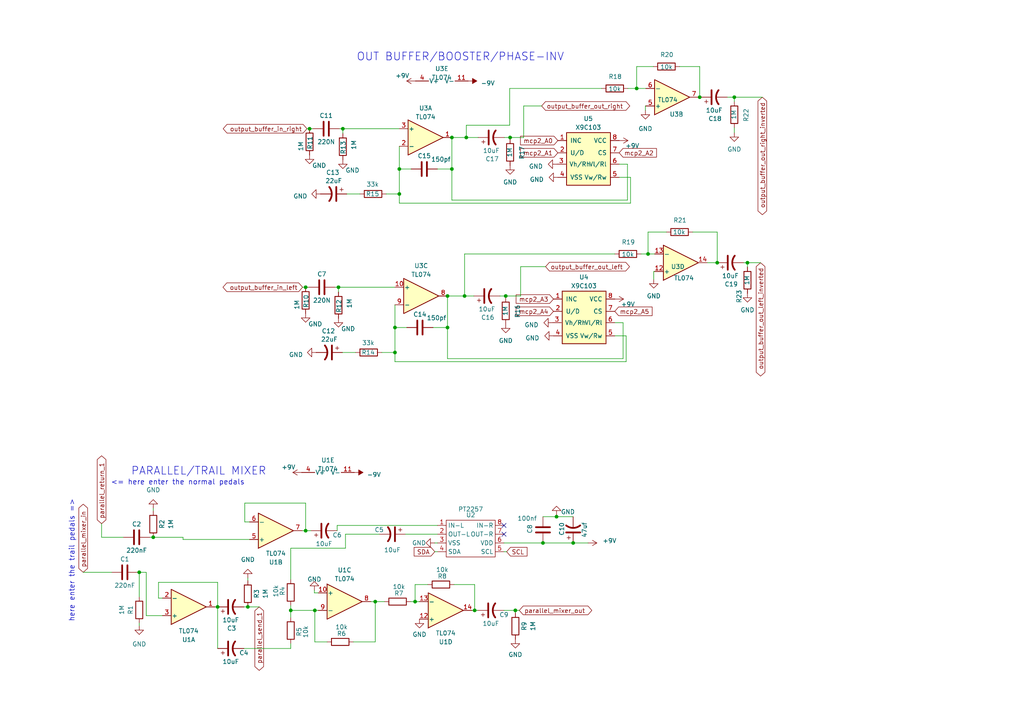
<source format=kicad_sch>
(kicad_sch (version 20230121) (generator eeschema)
  (paper "A4")
  (lib_symbols
    (symbol "Amplifier_Operational:TL074" (pin_names (offset 0.127))
      (property "Reference" "U" (at 0 5.08 0))
      (property "Value" "TL074" (at 0 -5.08 0))
      (symbol "TL074_1_1"
        (polyline (pts (xy -5.08 5.08) (xy 5.08 0) (xy -5.08 -5.08) (xy -5.08 5.08)) (stroke (width 0.254)) (fill (type background)))
        (pin output line (at 7.62 0 180) (length 2.54) (name "~") (number "1"))
        (pin input line (at -7.62 -2.54 0) (length 2.54) (name "-") (number "2"))
        (pin input line (at -7.62 2.54 0) (length 2.54) (name "+") (number "3"))
      )
      (symbol "TL074_2_1"
        (polyline (pts (xy -5.08 5.08) (xy 5.08 0) (xy -5.08 -5.08) (xy -5.08 5.08)) (stroke (width 0.254)) (fill (type background)))
        (pin input line (at -7.62 2.54 0) (length 2.54) (name "+") (number "5"))
        (pin input line (at -7.62 -2.54 0) (length 2.54) (name "-") (number "6"))
        (pin output line (at 7.62 0 180) (length 2.54) (name "~") (number "7"))
      )
      (symbol "TL074_3_1"
        (polyline (pts (xy -5.08 5.08) (xy 5.08 0) (xy -5.08 -5.08) (xy -5.08 5.08)) (stroke (width 0.254)) (fill (type background)))
        (pin input line (at -7.62 2.54 0) (length 2.54) (name "+") (number "10"))
        (pin output line (at 7.62 0 180) (length 2.54) (name "~") (number "8"))
        (pin input line (at -7.62 -2.54 0) (length 2.54) (name "-") (number "9"))
      )
      (symbol "TL074_4_1"
        (polyline (pts (xy -5.08 5.08) (xy 5.08 0) (xy -5.08 -5.08) (xy -5.08 5.08)) (stroke (width 0.254)) (fill (type background)))
        (pin input line (at -7.62 2.54 0) (length 2.54) (name "+") (number "12"))
        (pin input line (at -7.62 -2.54 0) (length 2.54) (name "-") (number "13"))
        (pin output line (at 7.62 0 180) (length 2.54) (name "~") (number "14"))
      )
      (symbol "TL074_5_1"
        (pin power_in line (at -2.54 -7.62 90) (length 3.81) (name "V-") (number "11"))
        (pin power_in line (at -2.54 7.62 270) (length 3.81) (name "V+") (number "4"))
      )
    )
    (symbol "Audio:PT2257"
      (property "Reference" "U" (at 0 0 0))
      (symbol "PT2257_0_0"
        (pin input line (at -9.652 4.064 0) (length 2.54) (name "IN-L") (number "1"))
        (pin input line (at -9.652 1.524 0) (length 2.54) (name "OUT-L") (number "2"))
        (pin passive line (at -9.652 -1.016 0) (length 2.54) (name "VSS") (number "3"))
        (pin passive line (at -9.652 -3.556 0) (length 2.54) (name "SDA") (number "4"))
        (pin passive line (at 9.652 -3.556 180) (length 2.54) (name "SCL") (number "5"))
        (pin passive line (at 9.652 -1.016 180) (length 2.54) (name "VDD") (number "6"))
        (pin output line (at 9.652 1.524 180) (length 2.54) (name "OUT-R") (number "7"))
        (pin output line (at 9.652 4.064 180) (length 2.54) (name "IN-R") (number "8"))
      )
      (symbol "PT2257_0_1"
        (rectangle (start -7.112 5.588) (end 7.112 -5.08))
      )
    )
    (symbol "Device:C" (pin_numbers hide) (pin_names (offset 0.254))
      (property "Reference" "C" (at 0.635 2.54 0))
      (property "Value" "C" (at 0.635 -2.54 0))
      (symbol "C_0_1"
        (polyline (pts (xy -2.032 -0.762) (xy 2.032 -0.762)) (stroke (width 0.508)))
        (polyline (pts (xy -2.032 0.762) (xy 2.032 0.762)) (stroke (width 0.508)))
      )
      (symbol "C_1_1"
        (pin passive line (at 0 3.81 270) (length 2.794) (name "~") (number "1"))
        (pin passive line (at 0 -3.81 90) (length 2.794) (name "~") (number "2"))
      )
    )
    (symbol "Device:C_Polarized_US" (pin_numbers hide) (pin_names (offset 0.254) hide)
      (property "Reference" "C" (at 0.635 2.54 0))
      (property "Value" "C_Polarized_US" (at 0.635 -2.54 0))
      (symbol "C_Polarized_US_0_1"
        (polyline (pts (xy -2.032 0.762) (xy 2.032 0.762)) (stroke (width 0.508)))
        (polyline (pts (xy -1.778 2.286) (xy -0.762 2.286)))
        (polyline (pts (xy -1.27 1.778) (xy -1.27 2.794)))
        (arc (start 2.032 -1.27) (mid 0 -0.5572) (end -2.032 -1.27) (stroke (width 0.508)))
      )
      (symbol "C_Polarized_US_1_1"
        (pin passive line (at 0 3.81 270) (length 2.794) (name "~") (number "1"))
        (pin passive line (at 0 -3.81 90) (length 3.302) (name "~") (number "2"))
      )
    )
    (symbol "Device:R" (pin_numbers hide) (pin_names (offset 0))
      (property "Reference" "R" (at 2.032 0 90))
      (property "Value" "R" (at 0 0 90))
      (symbol "R_0_1"
        (rectangle (start -1.016 -2.54) (end 1.016 2.54) (stroke (width 0.254)))
      )
      (symbol "R_1_1"
        (pin passive line (at 0 3.81 270) (length 1.27) (name "~") (number "1"))
        (pin passive line (at 0 -3.81 90) (length 1.27) (name "~") (number "2"))
      )
    )
    (symbol "Potentiometer_Digital:X9C10X" (pin_names (offset 1.016))
      (property "Reference" "U" (at -6.35 8.89 0))
      (property "Value" "X9C10X" (at 1.27 8.89 0))
      (symbol "X9C10X_0_1"
        (rectangle (start -6.35 7.62) (end 6.35 -7.62) (stroke (width 0.254)) (fill (type background)))
      )
      (symbol "X9C10X_1_1"
        (pin input line (at -8.89 5.334 0) (length 2.54) (name "INC") (number "1"))
        (pin input line (at -8.89 1.778 0) (length 2.54) (name "U/D") (number "2"))
        (pin input line (at -9.144 -1.524 0) (length 2.54) (name "Vh/Rh") (number "3"))
        (pin power_in line (at -8.89 -5.334 0) (length 2.54) (name "VSS") (number "4"))
        (pin input line (at 8.89 -5.334 180) (length 2.54) (name "Vw/Rw") (number "5"))
        (pin input line (at 8.89 -1.524 180) (length 2.54) (name "Vl/Rl") (number "6"))
        (pin input line (at 8.89 1.778 180) (length 2.54) (name "CS") (number "7"))
        (pin power_in line (at 8.89 5.334 180) (length 2.54) (name "VCC") (number "8"))
      )
    )
    (symbol "power:+9V" (power) (pin_names (offset 0))
      (property "Value" "+9V" (at 0 3.556 0))
      (symbol "+9V_0_1"
        (polyline (pts (xy -0.762 1.27) (xy 0 2.54)))
        (polyline (pts (xy 0 0) (xy 0 2.54)))
        (polyline (pts (xy 0 2.54) (xy 0.762 1.27)))
      )
      (symbol "+9V_1_1"
        (pin power_in line (at 0 0 90) (length 0) hide (name "+9V") (number "1"))
      )
    )
    (symbol "power:-9V" (power) (pin_names (offset 0))
      (property "Value" "-9V" (at 0 3.81 0))
      (symbol "-9V_0_1"
        (polyline (pts (xy 0 0) (xy 0 2.54)))
        (polyline (pts (xy 0.762 1.27) (xy -0.762 1.27) (xy 0 2.54) (xy 0.762 1.27)) (fill (type outline)))
      )
      (symbol "-9V_1_1"
        (pin power_in line (at 0 0 90) (length 0) hide (name "-9V") (number "1"))
      )
    )
    (symbol "power:GND" (power) (pin_names (offset 0))
      (property "Value" "GND" (at 0 -3.81 0))
      (symbol "GND_0_1"
        (polyline (pts (xy 0 0) (xy 0 -1.27) (xy 1.27 -1.27) (xy 0 -2.54) (xy -1.27 -1.27) (xy 0 -1.27)))
      )
      (symbol "GND_1_1"
        (pin power_in line (at 0 0 270) (length 0) hide (name "GND") (number "1"))
      )
    )
  )
  (junction (at 131.064 39.878))
  (junction (at 44.45 155.829))
  (junction (at 202.946 28.194))
  (junction (at 88.646 83.312))
  (junction (at 216.789 76.2))
  (junction (at 63.119 176.022))
  (junction (at 135.255 39.878))
  (junction (at 71.882 176.022))
  (junction (at 115.824 49.022))
  (junction (at 129.794 85.852))
  (junction (at 84.328 177.038))
  (junction (at 166.243 157.48))
  (junction (at 89.789 37.338))
  (junction (at 161.417 149.86))
  (junction (at 131.064 49.022))
  (junction (at 147.955 39.878))
  (junction (at 212.979 28.194))
  (junction (at 115.824 56.261))
  (junction (at 137.668 177.038))
  (junction (at 129.794 94.996))
  (junction (at 108.839 174.498))
  (junction (at 146.685 85.852))
  (junction (at 99.441 37.338))
  (junction (at 120.396 174.498))
  (junction (at 157.48 157.48))
  (junction (at 187.96 73.66))
  (junction (at 149.479 177.038))
  (junction (at 208.026 76.2))
  (junction (at 88.646 153.924))
  (junction (at 114.554 94.996))
  (junction (at 98.171 83.312))
  (junction (at 91.313 177.038))
  (junction (at 134.747 85.852))
  (junction (at 40.386 165.989))
  (junction (at 184.658 25.654))
  (junction (at 114.554 102.235))
  (no_connect (at 146.177 152.4))
  (no_connect (at 146.177 154.94))
  (wire (pts (xy 87.757 83.312) (xy 88.646 83.312)))
  (wire (pts (xy 119.126 174.498) (xy 120.396 174.498)))
  (wire (pts (xy 71.882 168.402) (xy 71.882 167.64)))
  (wire (pts (xy 97.79 152.4) (xy 126.873 152.4)))
  (wire (pts (xy 112.014 56.261) (xy 115.824 56.261)))
  (wire (pts (xy 84.328 159.004) (xy 84.328 168.021)))
  (wire (pts (xy 40.386 180.721) (xy 40.386 181.483)))
  (wire (pts (xy 205.105 76.2) (xy 208.026 76.2)))
  (wire (pts (xy 157.099 30.734) (xy 151.892 30.734)))
  (wire (pts (xy 40.005 165.989) (xy 40.386 165.989)))
  (wire (pts (xy 63.119 176.022) (xy 63.119 188.087)))
  (wire (pts (xy 43.434 155.829) (xy 44.45 155.829)))
  (wire (pts (xy 135.255 36.322) (xy 135.255 39.878)))
  (wire (pts (xy 146.177 177.038) (xy 149.479 177.038)))
  (wire (pts (xy 124.079 169.545) (xy 120.396 169.545)))
  (wire (pts (xy 120.396 174.498) (xy 121.666 174.498)))
  (wire (pts (xy 53.086 156.464) (xy 53.086 155.829)))
  (wire (pts (xy 108.839 174.498) (xy 108.839 186.182)))
  (wire (pts (xy 187.96 73.66) (xy 189.865 73.66)))
  (wire (pts (xy 89.027 37.338) (xy 89.789 37.338)))
  (wire (pts (xy 29.464 155.829) (xy 35.814 155.829)))
  (wire (pts (xy 147.955 39.878) (xy 151.892 39.878)))
  (wire (pts (xy 215.646 76.2) (xy 216.789 76.2)))
  (wire (pts (xy 146.177 157.48) (xy 157.48 157.48)))
  (wire (pts (xy 189.865 78.74) (xy 189.611 78.74)))
  (wire (pts (xy 40.386 165.989) (xy 42.418 165.989)))
  (wire (pts (xy 216.789 76.2) (xy 216.789 77.47)))
  (wire (pts (xy 84.328 175.641) (xy 84.328 177.038)))
  (wire (pts (xy 100.584 56.261) (xy 104.394 56.261)))
  (wire (pts (xy 131.064 39.878) (xy 135.255 39.878)))
  (wire (pts (xy 161.417 149.86) (xy 161.417 149.352)))
  (wire (pts (xy 102.489 186.182) (xy 108.839 186.182)))
  (wire (pts (xy 179.578 47.625) (xy 181.991 47.625)))
  (wire (pts (xy 63.119 176.022) (xy 62.357 176.022)))
  (wire (pts (xy 47.117 173.482) (xy 45.974 173.482)))
  (wire (pts (xy 149.479 177.038) (xy 149.479 177.8)))
  (wire (pts (xy 45.974 168.91) (xy 63.119 168.91)))
  (wire (pts (xy 84.328 186.69) (xy 84.328 188.087)))
  (wire (pts (xy 187.96 67.31) (xy 193.294 67.31)))
  (wire (pts (xy 100.203 154.94) (xy 100.203 159.004)))
  (wire (pts (xy 53.086 156.464) (xy 72.39 156.464)))
  (wire (pts (xy 91.313 177.038) (xy 91.313 186.182)))
  (wire (pts (xy 44.45 155.829) (xy 53.086 155.829)))
  (wire (pts (xy 24.13 165.989) (xy 32.385 165.989)))
  (wire (pts (xy 212.979 28.194) (xy 221.107 28.194)))
  (wire (pts (xy 100.203 159.004) (xy 84.328 159.004)))
  (wire (pts (xy 71.882 176.022) (xy 75.184 176.022)))
  (wire (pts (xy 151.003 85.852) (xy 151.003 77.343)))
  (wire (pts (xy 147.955 39.878) (xy 147.955 40.386)))
  (wire (pts (xy 70.993 151.384) (xy 70.993 145.923)))
  (wire (pts (xy 126.873 49.022) (xy 131.064 49.022)))
  (wire (pts (xy 89.789 37.338) (xy 90.805 37.338)))
  (wire (pts (xy 98.171 83.312) (xy 98.171 84.709)))
  (wire (pts (xy 185.928 73.66) (xy 187.96 73.66)))
  (wire (pts (xy 170.561 157.48) (xy 166.243 157.48)))
  (wire (pts (xy 216.789 76.2) (xy 220.599 76.2)))
  (wire (pts (xy 110.744 102.235) (xy 114.554 102.235)))
  (wire (pts (xy 84.328 177.038) (xy 91.313 177.038)))
  (wire (pts (xy 115.824 49.022) (xy 119.253 49.022)))
  (wire (pts (xy 151.003 77.343) (xy 158.242 77.343)))
  (wire (pts (xy 109.982 154.94) (xy 100.203 154.94)))
  (wire (pts (xy 145.034 85.852) (xy 146.685 85.852)))
  (wire (pts (xy 45.974 173.482) (xy 45.974 168.91)))
  (wire (pts (xy 178.308 93.599) (xy 180.721 93.599)))
  (wire (pts (xy 182.88 58.928) (xy 115.824 58.928)))
  (wire (pts (xy 98.425 37.338) (xy 99.441 37.338)))
  (wire (pts (xy 147.828 36.322) (xy 135.255 36.322)))
  (wire (pts (xy 129.794 85.852) (xy 129.794 94.996)))
  (wire (pts (xy 129.794 94.996) (xy 129.794 104.013)))
  (wire (pts (xy 210.947 28.194) (xy 212.979 28.194)))
  (wire (pts (xy 202.946 19.304) (xy 202.946 28.194)))
  (wire (pts (xy 137.668 177.038) (xy 138.557 177.038)))
  (wire (pts (xy 136.906 177.038) (xy 137.668 177.038)))
  (wire (pts (xy 181.61 104.902) (xy 114.554 104.902)))
  (wire (pts (xy 99.441 37.338) (xy 99.441 38.735)))
  (wire (pts (xy 178.308 97.409) (xy 181.61 97.409)))
  (wire (pts (xy 181.991 58.039) (xy 131.064 58.039)))
  (wire (pts (xy 202.946 28.194) (xy 203.327 28.194)))
  (wire (pts (xy 29.464 155.829) (xy 29.464 151.892)))
  (wire (pts (xy 146.685 85.852) (xy 151.003 85.852)))
  (wire (pts (xy 182.88 51.435) (xy 182.88 58.928)))
  (wire (pts (xy 149.479 177.038) (xy 150.622 177.038)))
  (wire (pts (xy 40.386 165.989) (xy 40.386 173.101)))
  (wire (pts (xy 97.155 83.312) (xy 98.171 83.312)))
  (wire (pts (xy 99.314 102.235) (xy 103.124 102.235)))
  (wire (pts (xy 147.828 25.654) (xy 147.828 36.322)))
  (wire (pts (xy 114.554 88.392) (xy 114.554 94.996)))
  (wire (pts (xy 120.396 169.545) (xy 120.396 174.498)))
  (wire (pts (xy 200.914 67.31) (xy 208.026 67.31)))
  (wire (pts (xy 134.747 73.66) (xy 134.747 85.852)))
  (wire (pts (xy 179.578 51.435) (xy 182.88 51.435)))
  (wire (pts (xy 180.721 93.599) (xy 180.721 104.013)))
  (wire (pts (xy 189.611 78.74) (xy 189.611 81.026)))
  (wire (pts (xy 42.418 165.989) (xy 42.418 178.562)))
  (wire (pts (xy 42.418 178.562) (xy 47.117 178.562)))
  (wire (pts (xy 212.979 37.084) (xy 212.979 38.481)))
  (wire (pts (xy 70.993 145.923) (xy 88.646 145.923)))
  (wire (pts (xy 146.685 85.852) (xy 146.685 86.36)))
  (wire (pts (xy 91.186 171.196) (xy 91.186 171.958)))
  (wire (pts (xy 202.565 28.194) (xy 202.946 28.194)))
  (wire (pts (xy 187.198 30.734) (xy 187.198 32.004)))
  (wire (pts (xy 197.104 19.304) (xy 202.946 19.304)))
  (wire (pts (xy 181.61 97.409) (xy 181.61 104.902)))
  (wire (pts (xy 146.304 39.878) (xy 147.955 39.878)))
  (wire (pts (xy 71.882 176.022) (xy 70.739 176.022)))
  (wire (pts (xy 174.498 25.654) (xy 147.828 25.654)))
  (wire (pts (xy 131.064 39.878) (xy 131.064 49.022)))
  (wire (pts (xy 99.441 37.338) (xy 115.824 37.338)))
  (wire (pts (xy 184.658 19.304) (xy 184.658 25.654)))
  (wire (pts (xy 108.839 174.498) (xy 111.506 174.498)))
  (wire (pts (xy 91.313 177.038) (xy 92.329 177.038)))
  (wire (pts (xy 88.646 83.312) (xy 89.535 83.312)))
  (wire (pts (xy 182.118 25.654) (xy 184.658 25.654)))
  (wire (pts (xy 161.417 149.86) (xy 166.243 149.86)))
  (wire (pts (xy 151.892 30.734) (xy 151.892 39.878)))
  (wire (pts (xy 135.255 39.878) (xy 138.684 39.878)))
  (wire (pts (xy 125.603 94.996) (xy 129.794 94.996)))
  (wire (pts (xy 178.308 73.66) (xy 134.747 73.66)))
  (wire (pts (xy 129.794 85.852) (xy 134.747 85.852)))
  (wire (pts (xy 70.739 188.087) (xy 84.328 188.087)))
  (wire (pts (xy 117.602 154.94) (xy 126.873 154.94)))
  (wire (pts (xy 134.747 85.852) (xy 137.414 85.852)))
  (wire (pts (xy 114.554 94.996) (xy 117.983 94.996)))
  (wire (pts (xy 166.243 157.48) (xy 157.48 157.48)))
  (wire (pts (xy 91.313 186.182) (xy 94.869 186.182)))
  (wire (pts (xy 114.554 94.996) (xy 114.554 102.235)))
  (wire (pts (xy 126.111 160.02) (xy 126.873 160.02)))
  (wire (pts (xy 137.668 169.545) (xy 137.668 177.038)))
  (wire (pts (xy 98.171 83.312) (xy 114.554 83.312)))
  (wire (pts (xy 146.177 160.02) (xy 146.939 160.02)))
  (wire (pts (xy 97.79 153.924) (xy 97.79 152.4)))
  (wire (pts (xy 189.484 19.304) (xy 184.658 19.304)))
  (wire (pts (xy 208.026 67.31) (xy 208.026 76.2)))
  (wire (pts (xy 181.991 47.625) (xy 181.991 58.039)))
  (wire (pts (xy 131.064 49.022) (xy 131.064 58.039)))
  (wire (pts (xy 115.824 49.022) (xy 115.824 56.261)))
  (wire (pts (xy 212.979 28.194) (xy 212.979 29.464)))
  (wire (pts (xy 180.721 104.013) (xy 129.794 104.013)))
  (wire (pts (xy 87.63 153.924) (xy 88.646 153.924)))
  (wire (pts (xy 84.328 177.038) (xy 84.328 179.07)))
  (wire (pts (xy 184.658 25.654) (xy 187.325 25.654)))
  (wire (pts (xy 107.569 174.498) (xy 108.839 174.498)))
  (wire (pts (xy 187.96 73.66) (xy 187.96 67.31)))
  (wire (pts (xy 115.824 58.928) (xy 115.824 56.261)))
  (wire (pts (xy 126.111 157.48) (xy 126.873 157.48)))
  (wire (pts (xy 72.39 151.384) (xy 70.993 151.384)))
  (wire (pts (xy 88.646 145.923) (xy 88.646 153.924)))
  (wire (pts (xy 91.186 171.958) (xy 92.329 171.958)))
  (wire (pts (xy 63.119 168.91) (xy 63.119 176.022)))
  (wire (pts (xy 157.48 149.86) (xy 161.417 149.86)))
  (wire (pts (xy 44.45 147.447) (xy 44.45 148.209)))
  (wire (pts (xy 131.699 169.545) (xy 137.668 169.545)))
  (wire (pts (xy 88.646 153.924) (xy 90.17 153.924)))
  (wire (pts (xy 114.554 104.902) (xy 114.554 102.235)))
  (wire (pts (xy 187.325 30.734) (xy 187.198 30.734)))
  (wire (pts (xy 115.824 42.418) (xy 115.824 49.022)))
  (text "here enter the trail pedals =>" (at 21.717 180.467 90) (effects (font (size 1.5 1.5)) (justify left bottom)))
  (text "PARALLEL/TRAIL MIXER" (at 37.973 138.049 0) (effects (font (size 2.27 2.27)) (justify left bottom)))
  (text "<= here enter the normal pedals" (at 70.993 140.843 0) (effects (font (size 1.5 1.5)) (justify right bottom)))
  (text "OUT BUFFER/BOOSTER/PHASE-INV" (at 103.378 17.907 0) (effects (font (size 2.27 2.27)) (justify left bottom)))
  (global_label "mcp2_A5" (shape input) (at 178.308 90.297 0) (property "Intersheetrefs" "${INTERSHEET_REFS}" (effects hide)))
  (global_label "mcp2_A1" (shape input) (at 161.798 44.323 180) (property "Intersheetrefs" "${INTERSHEET_REFS}" (effects hide)))
  (global_label "parallel_mixer_in" (shape bidirectional) (at 24.13 165.989 90) (property "Intersheetrefs" "${INTERSHEET_REFS}" (effects hide)))
  (global_label "parallel_send_1" (shape bidirectional) (at 75.184 176.022 270) (property "Intersheetrefs" "${INTERSHEET_REFS}" (effects hide)))
  (global_label "SCL" (shape input) (at 146.939 160.02 0) (property "Intersheetrefs" "${INTERSHEET_REFS}" (effects hide)))
  (global_label "parallel_mixer_out" (shape bidirectional) (at 150.622 177.038 0) (property "Intersheetrefs" "${INTERSHEET_REFS}" (effects hide)))
  (global_label "output_buffer_out_right" (shape bidirectional) (at 157.099 30.734 0) (property "Intersheetrefs" "${INTERSHEET_REFS}" (effects hide)))
  (global_label "output_buffer_out_left" (shape bidirectional) (at 158.242 77.343 0) (property "Intersheetrefs" "${INTERSHEET_REFS}" (effects hide)))
  (global_label "mcp2_A2" (shape input) (at 179.578 44.323 0) (property "Intersheetrefs" "${INTERSHEET_REFS}" (effects hide)))
  (global_label "output_buffer_in_right" (shape bidirectional) (at 89.027 37.338 180) (property "Intersheetrefs" "${INTERSHEET_REFS}" (effects hide)))
  (global_label "mcp2_A0" (shape input) (at 161.798 40.767 180) (property "Intersheetrefs" "${INTERSHEET_REFS}" (effects hide)))
  (global_label "output_buffer_out_left_inverted" (shape bidirectional) (at 220.599 76.2 270) (property "Intersheetrefs" "${INTERSHEET_REFS}" (effects hide)))
  (global_label "SDA" (shape input) (at 126.111 160.02 180) (property "Intersheetrefs" "${INTERSHEET_REFS}" (effects hide)))
  (global_label "mcp2_A4" (shape input) (at 160.528 90.297 180) (property "Intersheetrefs" "${INTERSHEET_REFS}" (effects hide)))
  (global_label "output_buffer_out_right_inverted" (shape bidirectional) (at 221.107 28.194 270) (property "Intersheetrefs" "${INTERSHEET_REFS}" (effects hide)))
  (global_label "mcp2_A3" (shape input) (at 160.528 86.741 180) (property "Intersheetrefs" "${INTERSHEET_REFS}" (effects hide)))
  (global_label "output_buffer_in_left" (shape bidirectional) (at 87.757 83.312 180) (property "Intersheetrefs" "${INTERSHEET_REFS}" (effects hide)))
  (global_label "parallel_return_1" (shape bidirectional) (at 29.464 151.892 90) (property "Intersheetrefs" "${INTERSHEET_REFS}" (effects hide)))
  (symbol (lib_id "Amplifier_Operational:TL074") (at 54.737 176.022 0) (mirror x) (unit 1)
    (property "Reference" "U1" (at 54.737 185.547 0))
    (property "Value" "TL074" (at 54.737 183.007 0))
    (property "Footprint" "Package_DIP:DIP-14_W7.62mm_LongPads" (effects hide))
    (property "Datasheet" "http://www.ti.com/lit/ds/symlink/tl071.pdf" (effects hide))
  )
  (symbol (lib_id "Device:R") (at 106.934 102.235 270) (unit 1)
    (property "Reference" "R14" (at 106.807 102.235 90))
    (property "Value" "33k" (at 106.807 99.441 90))
    (property "Footprint" "Resistor_THT:R_Axial_DIN0207_L6.3mm_D2.5mm_P10.16mm_Horizontal" (effects hide))
  )
  (symbol (lib_id "power:GND") (at 146.685 93.98 0) (unit 1)
    (property "Reference" "#PWR020" (effects hide))
    (property "Value" "GND" (at 146.685 98.806 0))
  )
  (symbol (lib_id "power:GND") (at 91.186 171.196 180) (unit 1)
    (property "Reference" "#PWR05" (effects hide))
    (property "Value" "GND" (at 91.186 168.021 0))
  )
  (symbol (lib_id "power:GND") (at 161.417 149.352 0) (mirror x) (unit 1)
    (property "Reference" "#PWR010" (effects hide))
    (property "Value" "GND" (at 164.719 148.463 0))
  )
  (symbol (lib_id "power:+9V") (at 178.308 86.741 270) (unit 1)
    (property "Reference" "#PWR026" (effects hide))
    (property "Value" "+9V" (at 180.086 88.265 90) (effects (justify left)))
  )
  (symbol (lib_id "power:+9V") (at 87.503 137.033 90) (unit 1)
    (property "Reference" "#PWR04" (effects hide))
    (property "Value" "+9V" (at 85.725 135.509 90) (effects (justify left)))
  )
  (symbol (lib_id "power:GND") (at 189.611 81.026 0) (unit 1)
    (property "Reference" "#PWR029" (effects hide))
    (property "Value" "GND" (at 189.611 85.852 0))
  )
  (symbol (lib_id "Device:C") (at 121.793 94.996 270) (unit 1)
    (property "Reference" "C14" (at 121.793 91.186 90))
    (property "Value" "150pf" (at 126.619 92.202 90))
    (property "Footprint" "Capacitor_THT:C_Disc_D5.0mm_W2.5mm_P2.50mm" (effects hide))
  )
  (symbol (lib_id "Amplifier_Operational:TL074") (at 80.01 153.924 0) (mirror x) (unit 2)
    (property "Reference" "U1" (at 80.01 163.068 0))
    (property "Value" "TL074" (at 80.01 160.528 0))
    (property "Footprint" "Package_DIP:DIP-14_W7.62mm_LongPads" (effects hide))
    (property "Datasheet" "http://www.ti.com/lit/ds/symlink/tl071.pdf" (effects hide))
  )
  (symbol (lib_id "Amplifier_Operational:TL074") (at 99.949 174.498 0) (unit 3)
    (property "Reference" "U1" (at 99.949 165.354 0))
    (property "Value" "TL074" (at 99.949 167.894 0))
    (property "Footprint" "Package_DIP:DIP-14_W7.62mm_LongPads" (effects hide))
    (property "Datasheet" "http://www.ti.com/lit/ds/symlink/tl071.pdf" (effects hide))
  )
  (symbol (lib_id "Audio:PT2257") (at 136.525 156.464 0) (unit 1)
    (property "Reference" "U2" (at 136.525 149.352 0))
    (property "Value" "PT2257" (at 136.525 147.701 0))
    (property "Footprint" "Package_DIP:DIP-8_W7.62mm_LongPads" (effects hide))
    (property "Datasheet" "https://www.rcscomponents.kiev.ua/datasheets/pt2257-datasheet.pdf" (effects hide))
  )
  (symbol (lib_id "Device:R") (at 178.308 25.654 90) (unit 1)
    (property "Reference" "R18" (at 178.435 22.225 90))
    (property "Value" "10k" (at 178.308 25.781 90))
    (property "Footprint" "Resistor_THT:R_Axial_DIN0207_L6.3mm_D2.5mm_P10.16mm_Horizontal" (effects hide))
  )
  (symbol (lib_id "power:GND") (at 44.45 147.447 180) (unit 1)
    (property "Reference" "#PWR02" (effects hide))
    (property "Value" "GND" (at 44.45 142.113 0))
  )
  (symbol (lib_id "Device:R") (at 149.479 181.61 180) (unit 1)
    (property "Reference" "R9" (at 152.019 181.61 90))
    (property "Value" "1M" (at 154.559 181.61 90))
    (property "Footprint" "Resistor_THT:R_Axial_DIN0207_L6.3mm_D2.5mm_P10.16mm_Horizontal" (effects hide))
  )
  (symbol (lib_id "Potentiometer_Digital:X9C10X") (at 169.418 92.075 0) (unit 1)
    (property "Reference" "U4" (at 169.3545 80.391 0))
    (property "Value" "X9C103" (at 169.3545 82.931 0))
    (property "Footprint" "Package_DIP:DIP-8_W7.62mm_LongPads" (effects hide))
    (property "Datasheet" "http://ww1.microchip.com/downloads/en/DeviceDoc/11195c.pdf" (effects hide))
  )
  (symbol (lib_id "Device:C_Polarized_US") (at 66.929 176.022 90) (unit 1)
    (property "Reference" "C3" (at 67.183 182.245 90))
    (property "Value" "10uF" (at 66.929 179.832 90))
    (property "Footprint" "Capacitor_THT:CP_Radial_D8.0mm_P3.80mm" (effects hide))
  )
  (symbol (lib_id "Device:R") (at 127.889 169.545 90) (unit 1)
    (property "Reference" "R8" (at 128.27 167.132 90))
    (property "Value" "10k" (at 128.27 165.227 90))
    (property "Footprint" "Resistor_THT:R_Axial_DIN0207_L6.3mm_D2.5mm_P10.16mm_Horizontal" (effects hide))
  )
  (symbol (lib_id "power:GND") (at 71.882 167.64 180) (unit 1)
    (property "Reference" "#PWR03" (effects hide))
    (property "Value" "GND" (at 71.882 162.306 0))
  )
  (symbol (lib_id "Device:C_Polarized_US") (at 93.98 153.924 90) (unit 1)
    (property "Reference" "C6" (at 97.79 155.194 90))
    (property "Value" "10uF" (at 93.98 157.734 90))
    (property "Footprint" "Capacitor_THT:CP_Radial_D8.0mm_P3.80mm" (effects hide))
  )
  (symbol (lib_id "Device:R") (at 98.171 88.519 0) (unit 1)
    (property "Reference" "R12" (at 98.298 88.773 90))
    (property "Value" "1M" (at 101.346 88.011 90))
    (property "Footprint" "Resistor_THT:R_Axial_DIN0207_L6.3mm_D2.5mm_P10.16mm_Horizontal" (effects hide))
  )
  (symbol (lib_id "power:GND") (at 212.979 38.481 0) (unit 1)
    (property "Reference" "#PWR030" (effects hide))
    (property "Value" "GND" (at 212.979 43.307 0))
  )
  (symbol (lib_id "power:+9V") (at 120.523 23.495 90) (unit 1)
    (property "Reference" "#PWR018" (effects hide))
    (property "Value" "+9V" (at 118.745 21.971 90) (effects (justify left)))
  )
  (symbol (lib_id "Amplifier_Operational:TL074") (at 129.286 177.038 0) (mirror x) (unit 4)
    (property "Reference" "U1" (at 129.286 186.182 0))
    (property "Value" "TL074" (at 129.286 183.642 0))
    (property "Footprint" "Package_DIP:DIP-14_W7.62mm_LongPads" (effects hide))
    (property "Datasheet" "http://www.ti.com/lit/ds/symlink/tl071.pdf" (effects hide))
  )
  (symbol (lib_id "Device:C_Polarized_US") (at 95.504 102.235 270) (unit 1)
    (property "Reference" "C12" (at 95.25 96.012 90))
    (property "Value" "22uF" (at 95.504 98.425 90))
    (property "Footprint" "Capacitor_THT:CP_Radial_D8.0mm_P3.80mm" (effects hide))
  )
  (symbol (lib_id "Device:R") (at 84.328 171.831 180) (unit 1)
    (property "Reference" "R4" (at 81.915 171.45 90))
    (property "Value" "10k" (at 80.01 171.45 90))
    (property "Footprint" "Resistor_THT:R_Axial_DIN0207_L6.3mm_D2.5mm_P10.16mm_Horizontal" (effects hide))
  )
  (symbol (lib_id "Device:C_Polarized_US") (at 96.774 56.261 270) (unit 1)
    (property "Reference" "C13" (at 96.52 50.038 90))
    (property "Value" "22uF" (at 96.774 52.451 90))
    (property "Footprint" "Capacitor_THT:CP_Radial_D8.0mm_P3.80mm" (effects hide))
  )
  (symbol (lib_id "power:GND") (at 92.964 56.261 270) (unit 1)
    (property "Reference" "#PWR015" (effects hide))
    (property "Value" "GND" (at 89.154 56.896 90) (effects (justify right)))
  )
  (symbol (lib_id "Device:C") (at 157.48 153.67 0) (mirror y) (unit 1)
    (property "Reference" "C8" (at 153.67 153.416 90))
    (property "Value" "100nf" (at 152.908 150.368 0))
    (property "Footprint" "Capacitor_THT:C_Rect_L10.0mm_W4.0mm_P7.50mm_MKS4" (effects hide))
  )
  (symbol (lib_id "power:GND") (at 160.528 97.409 270) (unit 1)
    (property "Reference" "#PWR023" (effects hide))
    (property "Value" "GND" (at 156.464 98.044 90) (effects (justify right)))
  )
  (symbol (lib_id "Device:R") (at 146.685 90.17 0) (unit 1)
    (property "Reference" "R16" (at 150.114 90.297 90))
    (property "Value" "1M" (at 146.558 90.17 90))
    (property "Footprint" "Resistor_THT:R_Axial_DIN0207_L6.3mm_D2.5mm_P10.16mm_Horizontal" (effects hide))
  )
  (symbol (lib_id "Device:R") (at 108.204 56.261 270) (unit 1)
    (property "Reference" "R15" (at 108.077 56.261 90))
    (property "Value" "33k" (at 108.077 53.467 90))
    (property "Footprint" "Resistor_THT:R_Axial_DIN0207_L6.3mm_D2.5mm_P10.16mm_Horizontal" (effects hide))
  )
  (symbol (lib_id "Device:C_Polarized_US") (at 113.792 154.94 270) (unit 1)
    (property "Reference" "C5" (at 109.982 153.67 90))
    (property "Value" "10uF" (at 113.792 159.512 90))
    (property "Footprint" "Capacitor_THT:CP_Radial_D8.0mm_P3.80mm" (effects hide))
  )
  (symbol (lib_id "power:GND") (at 126.111 157.48 270) (mirror x) (unit 1)
    (property "Reference" "#PWR07" (effects hide))
    (property "Value" "GND" (at 121.539 157.48 90))
  )
  (symbol (lib_id "power:GND") (at 160.274 93.599 270) (unit 1)
    (property "Reference" "#PWR022" (effects hide))
    (property "Value" "GND" (at 156.21 94.234 90) (effects (justify right)))
  )
  (symbol (lib_id "Device:R") (at 88.646 87.122 0) (unit 1)
    (property "Reference" "R10" (at 88.773 87.376 90))
    (property "Value" "1M" (at 86.106 88.392 90))
    (property "Footprint" "Resistor_THT:R_Axial_DIN0207_L6.3mm_D2.5mm_P10.16mm_Horizontal" (effects hide))
  )
  (symbol (lib_id "power:GND") (at 149.479 185.42 0) (unit 1)
    (property "Reference" "#PWR013" (effects hide))
    (property "Value" "GND" (at 149.479 189.865 0))
  )
  (symbol (lib_id "power:GND") (at 161.798 51.435 270) (unit 1)
    (property "Reference" "#PWR025" (effects hide))
    (property "Value" "GND" (at 157.734 52.07 90) (effects (justify right)))
  )
  (symbol (lib_id "Device:C") (at 93.345 83.312 270) (unit 1)
    (property "Reference" "C7" (at 93.345 79.502 90))
    (property "Value" "220N" (at 93.345 87.122 90))
    (property "Footprint" "Capacitor_THT:C_Rect_L10.0mm_W4.0mm_P7.50mm_MKS4" (effects hide))
  )
  (symbol (lib_id "power:GND") (at 216.789 85.09 0) (unit 1)
    (property "Reference" "#PWR031" (effects hide))
    (property "Value" "GND" (at 216.789 89.916 0))
  )
  (symbol (lib_id "power:GND") (at 89.789 44.958 0) (unit 1)
    (property "Reference" "#PWR011" (effects hide))
    (property "Value" "GND" (at 92.583 48.006 0))
  )
  (symbol (lib_id "Device:C_Polarized_US") (at 207.137 28.194 90) (unit 1)
    (property "Reference" "C18" (at 207.391 34.417 90))
    (property "Value" "10uF" (at 207.137 32.004 90))
    (property "Footprint" "Capacitor_THT:CP_Radial_D8.0mm_P3.80mm" (effects hide))
  )
  (symbol (lib_id "Device:R") (at 147.955 44.196 0) (unit 1)
    (property "Reference" "R17" (at 151.384 44.323 90))
    (property "Value" "1M" (at 147.828 44.196 90))
    (property "Footprint" "Resistor_THT:R_Axial_DIN0207_L6.3mm_D2.5mm_P10.16mm_Horizontal" (effects hide))
  )
  (symbol (lib_id "Device:C_Polarized_US") (at 166.243 153.67 0) (mirror x) (unit 1)
    (property "Reference" "C10" (at 162.941 153.416 90))
    (property "Value" "47uf" (at 169.545 153.67 90))
    (property "Footprint" "Capacitor_THT:CP_Radial_D8.0mm_P3.80mm" (effects hide))
  )
  (symbol (lib_id "Device:R") (at 71.882 172.212 180) (unit 1)
    (property "Reference" "R3" (at 74.422 172.212 90))
    (property "Value" "1M" (at 76.962 172.212 90))
    (property "Footprint" "Resistor_THT:R_Axial_DIN0207_L6.3mm_D2.5mm_P10.16mm_Horizontal" (effects hide))
  )
  (symbol (lib_id "Device:C_Polarized_US") (at 66.929 188.087 90) (unit 1)
    (property "Reference" "C4" (at 70.739 189.357 90))
    (property "Value" "10uF" (at 66.929 191.897 90))
    (property "Footprint" "Capacitor_THT:CP_Radial_D8.0mm_P3.80mm" (effects hide))
  )
  (symbol (lib_id "Device:C") (at 39.624 155.829 270) (unit 1)
    (property "Reference" "C2" (at 39.624 152.019 90))
    (property "Value" "220nF" (at 39.624 159.639 90))
    (property "Footprint" "Capacitor_THT:C_Rect_L10.0mm_W4.0mm_P7.50mm_MKS4" (effects hide))
  )
  (symbol (lib_id "Device:C") (at 94.615 37.338 270) (unit 1)
    (property "Reference" "C11" (at 94.615 33.528 90))
    (property "Value" "220N" (at 94.615 41.148 90))
    (property "Footprint" "Capacitor_THT:C_Rect_L10.0mm_W4.0mm_P7.50mm_MKS4" (effects hide))
  )
  (symbol (lib_id "power:GND") (at 99.441 46.355 0) (unit 1)
    (property "Reference" "#PWR017" (effects hide))
    (property "Value" "GND" (at 102.235 49.403 0))
  )
  (symbol (lib_id "power:+9V") (at 170.561 157.48 270) (unit 1)
    (property "Reference" "#PWR012" (effects hide))
    (property "Value" "+9V" (at 174.752 156.845 90) (effects (justify left)))
  )
  (symbol (lib_id "Device:R") (at 216.789 81.28 0) (unit 1)
    (property "Reference" "R23" (at 214.376 85.979 90))
    (property "Value" "1M" (at 216.662 81.28 90))
    (property "Footprint" "Resistor_THT:R_Axial_DIN0207_L6.3mm_D2.5mm_P10.16mm_Horizontal" (effects hide))
  )
  (symbol (lib_id "power:GND") (at 91.694 102.235 270) (unit 1)
    (property "Reference" "#PWR014" (effects hide))
    (property "Value" "GND" (at 87.884 102.87 90) (effects (justify right)))
  )
  (symbol (lib_id "Device:R") (at 193.294 19.304 90) (unit 1)
    (property "Reference" "R20" (at 193.421 15.875 90))
    (property "Value" "10k" (at 193.294 19.431 90))
    (property "Footprint" "Resistor_THT:R_Axial_DIN0207_L6.3mm_D2.5mm_P10.16mm_Horizontal" (effects hide))
  )
  (symbol (lib_id "Amplifier_Operational:TL074") (at 95.123 134.493 90) (unit 5)
    (property "Reference" "U1" (at 95.123 133.477 90))
    (property "Value" "TL074" (at 95.123 136.017 90))
    (property "Footprint" "Package_DIP:DIP-14_W7.62mm_LongPads" (effects hide))
    (property "Datasheet" "http://www.ti.com/lit/ds/symlink/tl071.pdf" (effects hide))
  )
  (symbol (lib_id "Amplifier_Operational:TL074") (at 128.143 20.955 90) (unit 5)
    (property "Reference" "U3" (at 128.143 19.939 90))
    (property "Value" "TL074" (at 128.143 22.479 90))
    (property "Footprint" "Package_DIP:DIP-14_W7.62mm_LongPads" (effects hide))
    (property "Datasheet" "http://www.ti.com/lit/ds/symlink/tl071.pdf" (effects hide))
  )
  (symbol (lib_id "Device:R") (at 182.118 73.66 90) (unit 1)
    (property "Reference" "R19" (at 182.245 70.231 90))
    (property "Value" "10k" (at 182.118 73.787 90))
    (property "Footprint" "Resistor_THT:R_Axial_DIN0207_L6.3mm_D2.5mm_P10.16mm_Horizontal" (effects hide))
  )
  (symbol (lib_id "power:GND") (at 147.955 48.006 0) (unit 1)
    (property "Reference" "#PWR021" (effects hide))
    (property "Value" "GND" (at 147.955 52.832 0))
  )
  (symbol (lib_id "Device:R") (at 98.679 186.182 90) (unit 1)
    (property "Reference" "R6" (at 99.06 183.769 90))
    (property "Value" "10k" (at 99.06 181.864 90))
    (property "Footprint" "Resistor_THT:R_Axial_DIN0207_L6.3mm_D2.5mm_P10.16mm_Horizontal" (effects hide))
  )
  (symbol (lib_id "Device:R") (at 115.316 174.498 90) (unit 1)
    (property "Reference" "R7" (at 115.697 172.085 90))
    (property "Value" "10k" (at 115.697 170.18 90))
    (property "Footprint" "Resistor_THT:R_Axial_DIN0207_L6.3mm_D2.5mm_P10.16mm_Horizontal" (effects hide))
  )
  (symbol (lib_id "power:GND") (at 121.666 179.578 0) (unit 1)
    (property "Reference" "#PWR09" (effects hide))
    (property "Value" "GND" (at 121.666 184.023 0))
  )
  (symbol (lib_id "Device:R") (at 212.979 33.274 0) (unit 1)
    (property "Reference" "R22" (at 216.408 33.401 90))
    (property "Value" "1M" (at 212.852 33.274 90))
    (property "Footprint" "Resistor_THT:R_Axial_DIN0207_L6.3mm_D2.5mm_P10.16mm_Horizontal" (effects hide))
  )
  (symbol (lib_id "Potentiometer_Digital:X9C10X") (at 170.688 46.101 0) (unit 1)
    (property "Reference" "U5" (at 170.6245 34.417 0))
    (property "Value" "X9C103" (at 170.6245 36.957 0))
    (property "Footprint" "Package_DIP:DIP-8_W7.62mm_LongPads" (effects hide))
    (property "Datasheet" "http://ww1.microchip.com/downloads/en/DeviceDoc/11195c.pdf" (effects hide))
  )
  (symbol (lib_id "power:GND") (at 187.198 32.004 0) (unit 1)
    (property "Reference" "#PWR028" (effects hide))
    (property "Value" "GND" (at 187.198 37.338 0))
  )
  (symbol (lib_id "power:GND") (at 88.646 90.932 0) (unit 1)
    (property "Reference" "#PWR08" (effects hide))
    (property "Value" "GND" (at 91.44 93.98 0))
  )
  (symbol (lib_id "Device:R") (at 44.45 152.019 180) (unit 1)
    (property "Reference" "R2" (at 46.99 152.019 90))
    (property "Value" "1M" (at 49.53 152.019 90))
    (property "Footprint" "Resistor_THT:R_Axial_DIN0207_L6.3mm_D2.5mm_P10.16mm_Horizontal" (effects hide))
  )
  (symbol (lib_id "Device:C") (at 36.195 165.989 270) (unit 1)
    (property "Reference" "C1" (at 36.195 162.179 90))
    (property "Value" "220nF" (at 36.195 169.799 90))
    (property "Footprint" "Capacitor_THT:C_Rect_L10.0mm_W4.0mm_P7.50mm_MKS4" (effects hide))
  )
  (symbol (lib_id "power:-9V") (at 102.743 137.033 270) (unit 1)
    (property "Reference" "#PWR06" (effects hide))
    (property "Value" "-9V" (at 106.426 137.668 90) (effects (justify left)))
  )
  (symbol (lib_id "Device:C_Polarized_US") (at 142.494 39.878 90) (unit 1)
    (property "Reference" "C17" (at 142.748 46.101 90))
    (property "Value" "10uF" (at 142.494 43.688 90))
    (property "Footprint" "Capacitor_THT:CP_Radial_D8.0mm_P3.80mm" (effects hide))
  )
  (symbol (lib_id "Device:R") (at 89.789 41.148 0) (unit 1)
    (property "Reference" "R11" (at 89.916 41.402 90))
    (property "Value" "1M" (at 87.249 42.418 90))
    (property "Footprint" "Resistor_THT:R_Axial_DIN0207_L6.3mm_D2.5mm_P10.16mm_Horizontal" (effects hide))
  )
  (symbol (lib_id "power:GND") (at 98.171 92.329 0) (unit 1)
    (property "Reference" "#PWR016" (effects hide))
    (property "Value" "GND" (at 100.965 95.377 0))
  )
  (symbol (lib_id "Amplifier_Operational:TL074") (at 122.174 85.852 0) (unit 3)
    (property "Reference" "U3" (at 122.174 77.089 0))
    (property "Value" "TL074" (at 122.174 79.629 0))
    (property "Footprint" "Package_DIP:DIP-14_W7.62mm_LongPads" (effects hide))
    (property "Datasheet" "http://www.ti.com/lit/ds/symlink/tl071.pdf" (effects hide))
  )
  (symbol (lib_id "Device:R") (at 197.104 67.31 90) (unit 1)
    (property "Reference" "R21" (at 197.231 63.881 90))
    (property "Value" "10k" (at 196.977 67.31 90))
    (property "Footprint" "Resistor_THT:R_Axial_DIN0207_L6.3mm_D2.5mm_P10.16mm_Horizontal" (effects hide))
  )
  (symbol (lib_id "Device:C") (at 123.063 49.022 270) (unit 1)
    (property "Reference" "C15" (at 123.063 45.212 90))
    (property "Value" "150pf" (at 127.889 46.228 90))
    (property "Footprint" "Capacitor_THT:C_Disc_D5.0mm_W2.5mm_P2.50mm" (effects hide))
  )
  (symbol (lib_id "power:+9V") (at 179.578 40.767 270) (unit 1)
    (property "Reference" "#PWR027" (effects hide))
    (property "Value" "+9V" (at 181.356 42.291 90) (effects (justify left)))
  )
  (symbol (lib_id "Device:R") (at 40.386 176.911 0) (unit 1)
    (property "Reference" "R1" (at 37.846 176.911 90))
    (property "Value" "1M" (at 35.306 176.911 90))
    (property "Footprint" "Resistor_THT:R_Axial_DIN0207_L6.3mm_D2.5mm_P10.16mm_Horizontal" (effects hide))
  )
  (symbol (lib_id "power:GND") (at 40.386 181.483 0) (unit 1)
    (property "Reference" "#PWR01" (effects hide))
    (property "Value" "GND" (at 40.386 186.817 0))
  )
  (symbol (lib_id "power:-9V") (at 135.763 23.495 270) (unit 1)
    (property "Reference" "#PWR019" (effects hide))
    (property "Value" "-9V" (at 139.446 24.13 90) (effects (justify left)))
  )
  (symbol (lib_id "Amplifier_Operational:TL074") (at 194.945 28.194 0) (mirror x) (unit 2)
    (property "Reference" "U3" (at 196.215 33.147 0))
    (property "Value" "TL074" (at 193.675 28.956 0))
    (property "Footprint" "Package_DIP:DIP-14_W7.62mm_LongPads" (effects hide))
    (property "Datasheet" "http://www.ti.com/lit/ds/symlink/tl071.pdf" (effects hide))
  )
  (symbol (lib_id "power:GND") (at 161.544 47.625 270) (unit 1)
    (property "Reference" "#PWR024" (effects hide))
    (property "Value" "GND" (at 157.48 48.26 90) (effects (justify right)))
  )
  (symbol (lib_id "Device:C_Polarized_US") (at 141.224 85.852 90) (unit 1)
    (property "Reference" "C16" (at 141.478 92.075 90))
    (property "Value" "10uF" (at 141.224 89.662 90))
    (property "Footprint" "Capacitor_THT:CP_Radial_D8.0mm_P3.80mm" (effects hide))
  )
  (symbol (lib_id "Device:R") (at 99.441 42.545 0) (unit 1)
    (property "Reference" "R13" (at 99.568 42.799 90))
    (property "Value" "1M" (at 102.616 42.037 90))
    (property "Footprint" "Resistor_THT:R_Axial_DIN0207_L6.3mm_D2.5mm_P10.16mm_Horizontal" (effects hide))
  )
  (symbol (lib_id "Amplifier_Operational:TL074") (at 197.485 76.2 0) (mirror x) (unit 4)
    (property "Reference" "U3" (at 196.596 77.343 0))
    (property "Value" "TL074" (at 198.374 80.645 0))
    (property "Footprint" "Package_DIP:DIP-14_W7.62mm_LongPads" (effects hide))
    (property "Datasheet" "http://www.ti.com/lit/ds/symlink/tl071.pdf" (effects hide))
  )
  (symbol (lib_id "Amplifier_Operational:TL074") (at 123.444 39.878 0) (unit 1)
    (property "Reference" "U3" (at 123.444 31.369 0))
    (property "Value" "TL074" (at 123.444 33.909 0))
    (property "Footprint" "Package_DIP:DIP-14_W7.62mm_LongPads" (effects hide))
    (property "Datasheet" "http://www.ti.com/lit/ds/symlink/tl071.pdf" (effects hide))
  )
  (symbol (lib_id "Device:C_Polarized_US") (at 142.367 177.038 90) (unit 1)
    (property "Reference" "C9" (at 146.177 178.308 90))
    (property "Value" "10uF" (at 142.367 180.848 90))
    (property "Footprint" "Capacitor_THT:CP_Radial_D8.0mm_P3.80mm" (effects hide))
  )
  (symbol (lib_id "Device:R") (at 84.328 182.88 0) (unit 1)
    (property "Reference" "R5" (at 86.741 183.261 90))
    (property "Value" "10k" (at 88.646 183.261 90))
    (property "Footprint" "Resistor_THT:R_Axial_DIN0207_L6.3mm_D2.5mm_P10.16mm_Horizontal" (effects hide))
  )
  (symbol (lib_id "Device:C_Polarized_US") (at 211.836 76.2 90) (unit 1)
    (property "Reference" "C19" (at 212.09 82.423 90))
    (property "Value" "10uF" (at 211.836 80.01 90))
    (property "Footprint" "Capacitor_THT:CP_Radial_D8.0mm_P3.80mm" (effects hide))
  )
)
</source>
